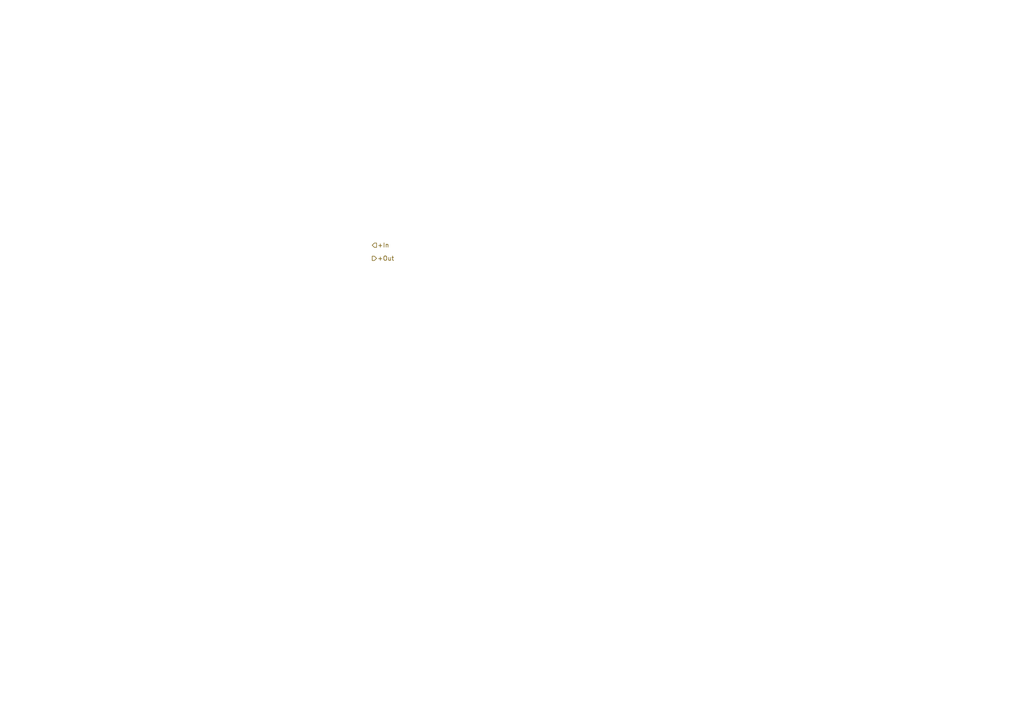
<source format=kicad_sch>
(kicad_sch
	(version 20231120)
	(generator "eeschema")
	(generator_version "8.0")
	(uuid "dc968a87-0440-405f-af95-92fe3e4e40fa")
	(paper "A4")
	(lib_symbols)
	(hierarchical_label "+Out"
		(shape output)
		(at 107.95 74.93 0)
		(fields_autoplaced yes)
		(effects
			(font
				(size 1.27 1.27)
			)
			(justify left)
		)
		(uuid "4a244b2b-4cd8-4606-a240-03765f655f5d")
	)
	(hierarchical_label "+In"
		(shape input)
		(at 107.95 71.12 0)
		(fields_autoplaced yes)
		(effects
			(font
				(size 1.27 1.27)
			)
			(justify left)
		)
		(uuid "9a570dc8-8afe-4029-923a-61df5efa0e9b")
	)
)

</source>
